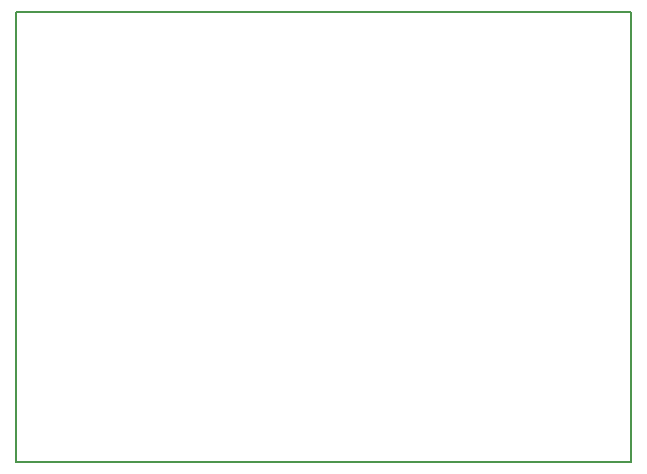
<source format=gko>
G04 #@! TF.FileFunction,Profile,NP*
%FSLAX46Y46*%
G04 Gerber Fmt 4.6, Leading zero omitted, Abs format (unit mm)*
G04 Created by KiCad (PCBNEW (2015-10-14 BZR 6269)-product) date Wednesday, October 28, 2015 'PMt' 04:42:18 PM*
%MOMM*%
G01*
G04 APERTURE LIST*
%ADD10C,0.100000*%
%ADD11C,0.150000*%
G04 APERTURE END LIST*
D10*
D11*
X103505000Y-137160000D02*
X103505000Y-99060000D01*
X155575000Y-137160000D02*
X103505000Y-137160000D01*
X155575000Y-99060000D02*
X155575000Y-137160000D01*
X103505000Y-99060000D02*
X155575000Y-99060000D01*
M02*

</source>
